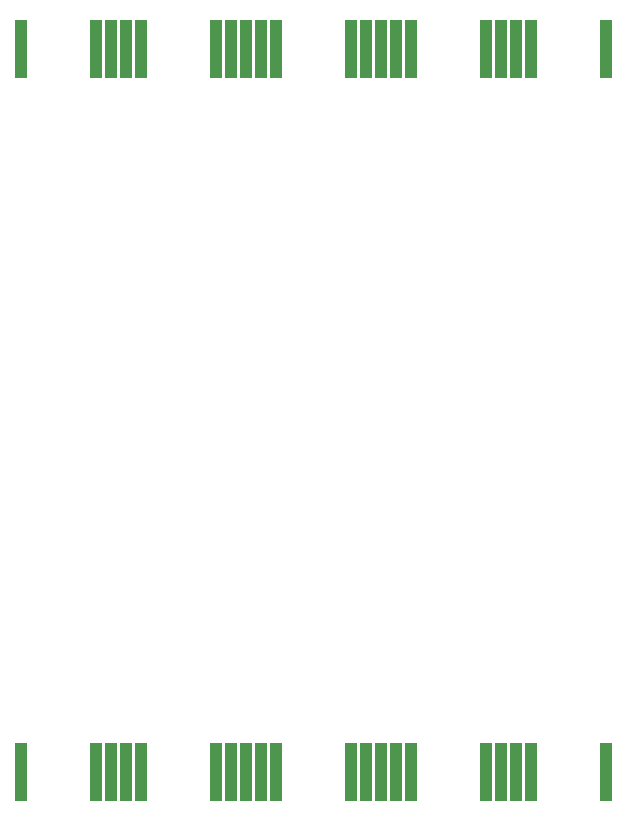
<source format=gbp>
G04 MADE WITH FRITZING*
G04 WWW.FRITZING.ORG*
G04 DOUBLE SIDED*
G04 HOLES PLATED*
G04 CONTOUR ON CENTER OF CONTOUR VECTOR*
%ASAXBY*%
%FSLAX23Y23*%
%MOIN*%
%OFA0B0*%
%SFA1.0B1.0*%
%ADD10R,0.039370X0.196850*%
%ADD11R,0.001000X0.001000*%
%LNPASTEMASK0*%
G90*
G70*
G54D10*
X2000Y109D03*
X2000Y2518D03*
X1750Y109D03*
X1750Y2518D03*
X1700Y109D03*
X1700Y2518D03*
X1650Y109D03*
X1650Y2518D03*
X1600Y109D03*
X1600Y2518D03*
X1350Y109D03*
X1350Y2518D03*
X1300Y109D03*
X1300Y2518D03*
X1250Y109D03*
X1250Y2518D03*
X1200Y109D03*
X1200Y2518D03*
X1150Y109D03*
X1150Y2518D03*
X900Y109D03*
X900Y2518D03*
X850Y109D03*
X850Y2518D03*
X800Y109D03*
X800Y2518D03*
X750Y109D03*
X750Y2518D03*
X700Y109D03*
X700Y2518D03*
X450Y109D03*
X450Y2518D03*
X400Y109D03*
X400Y2518D03*
X350Y109D03*
X350Y2518D03*
X300Y109D03*
X300Y2518D03*
X50Y109D03*
X50Y2518D03*
G54D11*
D02*
G04 End of PasteMask0*
M02*
</source>
